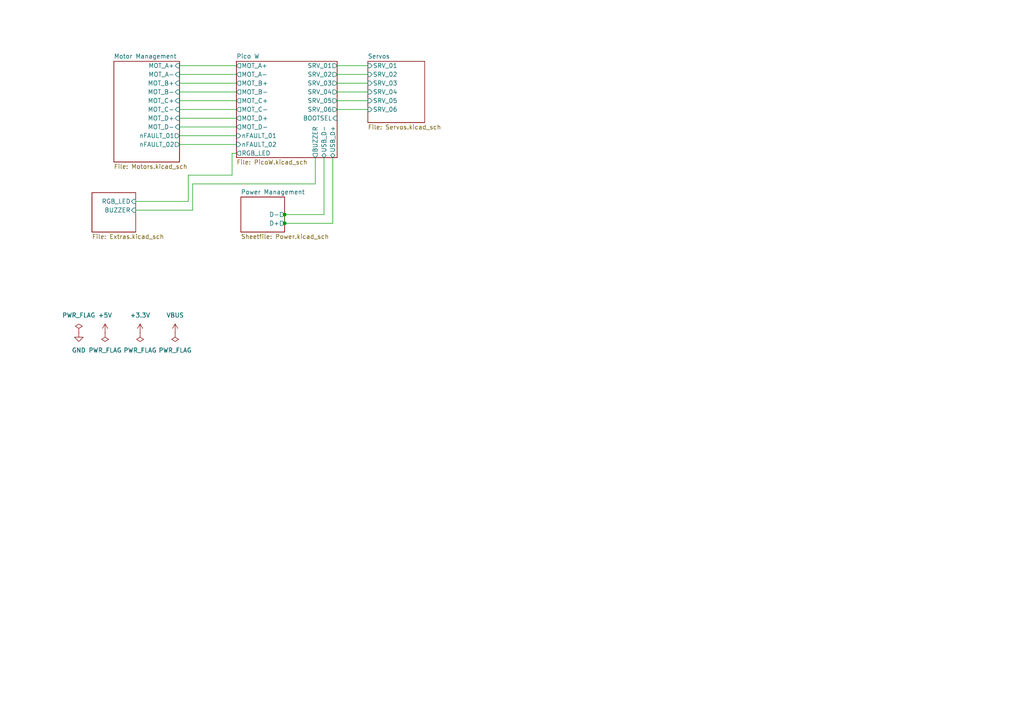
<source format=kicad_sch>
(kicad_sch (version 20230121) (generator eeschema)

  (uuid 21865b85-eb74-4d61-a31a-30858d3bc341)

  (paper "A4")

  (lib_symbols
    (symbol "power:+3.3V" (power) (pin_names (offset 0)) (in_bom yes) (on_board yes)
      (property "Reference" "#PWR" (at 0 -3.81 0)
        (effects (font (size 1.27 1.27)) hide)
      )
      (property "Value" "+3.3V" (at 0 3.556 0)
        (effects (font (size 1.27 1.27)))
      )
      (property "Footprint" "" (at 0 0 0)
        (effects (font (size 1.27 1.27)) hide)
      )
      (property "Datasheet" "" (at 0 0 0)
        (effects (font (size 1.27 1.27)) hide)
      )
      (property "ki_keywords" "global power" (at 0 0 0)
        (effects (font (size 1.27 1.27)) hide)
      )
      (property "ki_description" "Power symbol creates a global label with name \"+3.3V\"" (at 0 0 0)
        (effects (font (size 1.27 1.27)) hide)
      )
      (symbol "+3.3V_0_1"
        (polyline
          (pts
            (xy -0.762 1.27)
            (xy 0 2.54)
          )
          (stroke (width 0) (type default))
          (fill (type none))
        )
        (polyline
          (pts
            (xy 0 0)
            (xy 0 2.54)
          )
          (stroke (width 0) (type default))
          (fill (type none))
        )
        (polyline
          (pts
            (xy 0 2.54)
            (xy 0.762 1.27)
          )
          (stroke (width 0) (type default))
          (fill (type none))
        )
      )
      (symbol "+3.3V_1_1"
        (pin power_in line (at 0 0 90) (length 0) hide
          (name "+3.3V" (effects (font (size 1.27 1.27))))
          (number "1" (effects (font (size 1.27 1.27))))
        )
      )
    )
    (symbol "power:+5V" (power) (pin_names (offset 0)) (in_bom yes) (on_board yes)
      (property "Reference" "#PWR" (at 0 -3.81 0)
        (effects (font (size 1.27 1.27)) hide)
      )
      (property "Value" "+5V" (at 0 3.556 0)
        (effects (font (size 1.27 1.27)))
      )
      (property "Footprint" "" (at 0 0 0)
        (effects (font (size 1.27 1.27)) hide)
      )
      (property "Datasheet" "" (at 0 0 0)
        (effects (font (size 1.27 1.27)) hide)
      )
      (property "ki_keywords" "global power" (at 0 0 0)
        (effects (font (size 1.27 1.27)) hide)
      )
      (property "ki_description" "Power symbol creates a global label with name \"+5V\"" (at 0 0 0)
        (effects (font (size 1.27 1.27)) hide)
      )
      (symbol "+5V_0_1"
        (polyline
          (pts
            (xy -0.762 1.27)
            (xy 0 2.54)
          )
          (stroke (width 0) (type default))
          (fill (type none))
        )
        (polyline
          (pts
            (xy 0 0)
            (xy 0 2.54)
          )
          (stroke (width 0) (type default))
          (fill (type none))
        )
        (polyline
          (pts
            (xy 0 2.54)
            (xy 0.762 1.27)
          )
          (stroke (width 0) (type default))
          (fill (type none))
        )
      )
      (symbol "+5V_1_1"
        (pin power_in line (at 0 0 90) (length 0) hide
          (name "+5V" (effects (font (size 1.27 1.27))))
          (number "1" (effects (font (size 1.27 1.27))))
        )
      )
    )
    (symbol "power:GND" (power) (pin_names (offset 0)) (in_bom yes) (on_board yes)
      (property "Reference" "#PWR" (at 0 -6.35 0)
        (effects (font (size 1.27 1.27)) hide)
      )
      (property "Value" "GND" (at 0 -3.81 0)
        (effects (font (size 1.27 1.27)))
      )
      (property "Footprint" "" (at 0 0 0)
        (effects (font (size 1.27 1.27)) hide)
      )
      (property "Datasheet" "" (at 0 0 0)
        (effects (font (size 1.27 1.27)) hide)
      )
      (property "ki_keywords" "global power" (at 0 0 0)
        (effects (font (size 1.27 1.27)) hide)
      )
      (property "ki_description" "Power symbol creates a global label with name \"GND\" , ground" (at 0 0 0)
        (effects (font (size 1.27 1.27)) hide)
      )
      (symbol "GND_0_1"
        (polyline
          (pts
            (xy 0 0)
            (xy 0 -1.27)
            (xy 1.27 -1.27)
            (xy 0 -2.54)
            (xy -1.27 -1.27)
            (xy 0 -1.27)
          )
          (stroke (width 0) (type default))
          (fill (type none))
        )
      )
      (symbol "GND_1_1"
        (pin power_in line (at 0 0 270) (length 0) hide
          (name "GND" (effects (font (size 1.27 1.27))))
          (number "1" (effects (font (size 1.27 1.27))))
        )
      )
    )
    (symbol "power:PWR_FLAG" (power) (pin_numbers hide) (pin_names (offset 0) hide) (in_bom yes) (on_board yes)
      (property "Reference" "#FLG" (at 0 1.905 0)
        (effects (font (size 1.27 1.27)) hide)
      )
      (property "Value" "PWR_FLAG" (at 0 3.81 0)
        (effects (font (size 1.27 1.27)))
      )
      (property "Footprint" "" (at 0 0 0)
        (effects (font (size 1.27 1.27)) hide)
      )
      (property "Datasheet" "~" (at 0 0 0)
        (effects (font (size 1.27 1.27)) hide)
      )
      (property "ki_keywords" "flag power" (at 0 0 0)
        (effects (font (size 1.27 1.27)) hide)
      )
      (property "ki_description" "Special symbol for telling ERC where power comes from" (at 0 0 0)
        (effects (font (size 1.27 1.27)) hide)
      )
      (symbol "PWR_FLAG_0_0"
        (pin power_out line (at 0 0 90) (length 0)
          (name "pwr" (effects (font (size 1.27 1.27))))
          (number "1" (effects (font (size 1.27 1.27))))
        )
      )
      (symbol "PWR_FLAG_0_1"
        (polyline
          (pts
            (xy 0 0)
            (xy 0 1.27)
            (xy -1.016 1.905)
            (xy 0 2.54)
            (xy 1.016 1.905)
            (xy 0 1.27)
          )
          (stroke (width 0) (type default))
          (fill (type none))
        )
      )
    )
    (symbol "power:VBUS" (power) (pin_names (offset 0)) (in_bom yes) (on_board yes)
      (property "Reference" "#PWR" (at 0 -3.81 0)
        (effects (font (size 1.27 1.27)) hide)
      )
      (property "Value" "VBUS" (at 0 3.81 0)
        (effects (font (size 1.27 1.27)))
      )
      (property "Footprint" "" (at 0 0 0)
        (effects (font (size 1.27 1.27)) hide)
      )
      (property "Datasheet" "" (at 0 0 0)
        (effects (font (size 1.27 1.27)) hide)
      )
      (property "ki_keywords" "global power" (at 0 0 0)
        (effects (font (size 1.27 1.27)) hide)
      )
      (property "ki_description" "Power symbol creates a global label with name \"VBUS\"" (at 0 0 0)
        (effects (font (size 1.27 1.27)) hide)
      )
      (symbol "VBUS_0_1"
        (polyline
          (pts
            (xy -0.762 1.27)
            (xy 0 2.54)
          )
          (stroke (width 0) (type default))
          (fill (type none))
        )
        (polyline
          (pts
            (xy 0 0)
            (xy 0 2.54)
          )
          (stroke (width 0) (type default))
          (fill (type none))
        )
        (polyline
          (pts
            (xy 0 2.54)
            (xy 0.762 1.27)
          )
          (stroke (width 0) (type default))
          (fill (type none))
        )
      )
      (symbol "VBUS_1_1"
        (pin power_in line (at 0 0 90) (length 0) hide
          (name "VBUS" (effects (font (size 1.27 1.27))))
          (number "1" (effects (font (size 1.27 1.27))))
        )
      )
    )
  )

  (junction (at 82.55 64.77) (diameter 0) (color 0 0 0 0)
    (uuid 6ca5bc4f-b006-418c-95d5-2a980685c91c)
  )
  (junction (at 82.55 62.23) (diameter 0) (color 0 0 0 0)
    (uuid f369f743-235b-4fd0-8f8a-77700de0a1ce)
  )

  (wire (pts (xy 82.55 64.77) (xy 96.52 64.77))
    (stroke (width 0) (type default))
    (uuid 0630dff3-0cce-4eb7-8f25-f0b06ed122c7)
  )
  (wire (pts (xy 52.07 36.83) (xy 68.58 36.83))
    (stroke (width 0) (type default))
    (uuid 12fb1274-da1a-4ed6-9621-37446ee0b5ea)
  )
  (wire (pts (xy 93.98 45.72) (xy 93.98 62.23))
    (stroke (width 0) (type default))
    (uuid 1d8f99f9-0187-4f65-8c25-9559d45638e4)
  )
  (wire (pts (xy 52.07 31.75) (xy 68.58 31.75))
    (stroke (width 0) (type default))
    (uuid 216f876c-365c-4e7a-8548-eb749f959693)
  )
  (wire (pts (xy 54.61 58.42) (xy 39.37 58.42))
    (stroke (width 0) (type default))
    (uuid 312d177b-fd18-428e-acc2-4573d290fb69)
  )
  (wire (pts (xy 67.31 44.45) (xy 68.58 44.45))
    (stroke (width 0) (type default))
    (uuid 346a2dfd-950d-4b0f-af4c-f32c965cb22d)
  )
  (wire (pts (xy 97.79 21.59) (xy 106.68 21.59))
    (stroke (width 0) (type default))
    (uuid 3ac05aa4-6a6e-4b2a-89b5-b97581918161)
  )
  (wire (pts (xy 55.88 53.34) (xy 55.88 60.96))
    (stroke (width 0) (type default))
    (uuid 45858204-70da-4e49-bd9d-ec6f4f4a0715)
  )
  (wire (pts (xy 96.52 45.72) (xy 96.52 64.77))
    (stroke (width 0) (type default))
    (uuid 499337a0-ef88-49da-b258-5087b9476520)
  )
  (wire (pts (xy 52.07 26.67) (xy 68.58 26.67))
    (stroke (width 0) (type default))
    (uuid 4fe3a6a5-9280-49b7-a9b7-64e053e763db)
  )
  (wire (pts (xy 52.07 29.21) (xy 68.58 29.21))
    (stroke (width 0) (type default))
    (uuid 62c25fb0-406c-4988-98ab-d4db70986024)
  )
  (wire (pts (xy 52.07 41.91) (xy 68.58 41.91))
    (stroke (width 0) (type default))
    (uuid 637b3d12-7039-4f92-831d-03ae7e8550cc)
  )
  (wire (pts (xy 91.44 45.72) (xy 91.44 53.34))
    (stroke (width 0) (type default))
    (uuid 642b317a-110c-4993-a3bd-dac00c068c25)
  )
  (wire (pts (xy 54.61 50.8) (xy 54.61 58.42))
    (stroke (width 0) (type default))
    (uuid 645d27a2-5eb4-404f-889b-b9cada942383)
  )
  (wire (pts (xy 52.07 19.05) (xy 68.58 19.05))
    (stroke (width 0) (type default))
    (uuid 70b614bc-56b0-46a8-aee6-31452b226847)
  )
  (wire (pts (xy 67.31 50.8) (xy 67.31 44.45))
    (stroke (width 0) (type default))
    (uuid 7510d2c9-e76c-4c3f-9730-0af139fad5d6)
  )
  (wire (pts (xy 52.07 39.37) (xy 68.58 39.37))
    (stroke (width 0) (type default))
    (uuid 82d35495-bdd7-4048-9d9f-c2d84fcd2f7b)
  )
  (wire (pts (xy 52.07 24.13) (xy 68.58 24.13))
    (stroke (width 0) (type default))
    (uuid 89f87484-5535-4f5c-97bc-988c5531fddb)
  )
  (wire (pts (xy 97.79 19.05) (xy 106.68 19.05))
    (stroke (width 0) (type default))
    (uuid 8bfd8d3a-cb16-4132-89f2-48dabd7ed0f9)
  )
  (wire (pts (xy 97.79 24.13) (xy 106.68 24.13))
    (stroke (width 0) (type default))
    (uuid 9c54e42b-1a9b-443f-84e1-25d1f2f1151e)
  )
  (wire (pts (xy 97.79 31.75) (xy 106.68 31.75))
    (stroke (width 0) (type default))
    (uuid ab3133a4-c359-4cae-ba39-2307ffadcbda)
  )
  (wire (pts (xy 52.07 34.29) (xy 68.58 34.29))
    (stroke (width 0) (type default))
    (uuid af3320b1-6f1e-4c52-84a1-e5b4fcde371b)
  )
  (wire (pts (xy 82.55 62.23) (xy 93.98 62.23))
    (stroke (width 0) (type default))
    (uuid b338177b-449d-44bf-a277-a2f33f849d61)
  )
  (wire (pts (xy 55.88 60.96) (xy 39.37 60.96))
    (stroke (width 0) (type default))
    (uuid e0b01d07-8354-4dc4-96a2-945d9a89804d)
  )
  (wire (pts (xy 54.61 50.8) (xy 67.31 50.8))
    (stroke (width 0) (type default))
    (uuid e518b919-b5b4-4bf5-8cf3-8bd7fcb983dc)
  )
  (wire (pts (xy 97.79 26.67) (xy 106.68 26.67))
    (stroke (width 0) (type default))
    (uuid e7b0a369-0a18-4f1d-9298-ad0b53397321)
  )
  (wire (pts (xy 91.44 53.34) (xy 55.88 53.34))
    (stroke (width 0) (type default))
    (uuid ed18e15e-fe52-4f05-a30a-f2701feee821)
  )
  (wire (pts (xy 82.55 64.77) (xy 82.55 62.23))
    (stroke (width 0) (type default))
    (uuid f457344d-d116-4185-a338-bef8f47795e8)
  )
  (wire (pts (xy 97.79 29.21) (xy 106.68 29.21))
    (stroke (width 0) (type default))
    (uuid f484b865-8ada-4224-aa65-daecc0e04555)
  )
  (wire (pts (xy 52.07 21.59) (xy 68.58 21.59))
    (stroke (width 0) (type default))
    (uuid f9ad6106-98e1-4d17-9b04-c69f152d1816)
  )

  (symbol (lib_id "power:PWR_FLAG") (at 40.64 96.52 180) (unit 1)
    (in_bom yes) (on_board yes) (dnp no) (fields_autoplaced)
    (uuid 2e3dda1d-b03d-4fa4-8553-3d324b6bcbae)
    (property "Reference" "#FLG03" (at 40.64 98.425 0)
      (effects (font (size 1.27 1.27)) hide)
    )
    (property "Value" "PWR_FLAG" (at 40.64 101.6 0)
      (effects (font (size 1.27 1.27)))
    )
    (property "Footprint" "" (at 40.64 96.52 0)
      (effects (font (size 1.27 1.27)) hide)
    )
    (property "Datasheet" "~" (at 40.64 96.52 0)
      (effects (font (size 1.27 1.27)) hide)
    )
    (pin "1" (uuid 963c84c1-cb43-4521-baac-d8bbd9e3bc08))
    (instances
      (project "Pico-Skidi"
        (path "/21865b85-eb74-4d61-a31a-30858d3bc341"
          (reference "#FLG03") (unit 1)
        )
      )
    )
  )

  (symbol (lib_id "power:PWR_FLAG") (at 22.86 96.52 0) (unit 1)
    (in_bom yes) (on_board yes) (dnp no) (fields_autoplaced)
    (uuid 64fab445-75e5-4b54-9792-b3fe4333659e)
    (property "Reference" "#FLG01" (at 22.86 94.615 0)
      (effects (font (size 1.27 1.27)) hide)
    )
    (property "Value" "PWR_FLAG" (at 22.86 91.44 0)
      (effects (font (size 1.27 1.27)))
    )
    (property "Footprint" "" (at 22.86 96.52 0)
      (effects (font (size 1.27 1.27)) hide)
    )
    (property "Datasheet" "~" (at 22.86 96.52 0)
      (effects (font (size 1.27 1.27)) hide)
    )
    (pin "1" (uuid fafdeea6-0c3d-4711-b3f4-ab1bcff23c72))
    (instances
      (project "Pico-Skidi"
        (path "/21865b85-eb74-4d61-a31a-30858d3bc341"
          (reference "#FLG01") (unit 1)
        )
      )
    )
  )

  (symbol (lib_id "power:PWR_FLAG") (at 50.8 96.52 180) (unit 1)
    (in_bom yes) (on_board yes) (dnp no) (fields_autoplaced)
    (uuid 74740153-31c0-48d8-9f25-fecff27e073c)
    (property "Reference" "#FLG04" (at 50.8 98.425 0)
      (effects (font (size 1.27 1.27)) hide)
    )
    (property "Value" "PWR_FLAG" (at 50.8 101.6 0)
      (effects (font (size 1.27 1.27)))
    )
    (property "Footprint" "" (at 50.8 96.52 0)
      (effects (font (size 1.27 1.27)) hide)
    )
    (property "Datasheet" "~" (at 50.8 96.52 0)
      (effects (font (size 1.27 1.27)) hide)
    )
    (pin "1" (uuid 6901ec73-3e6f-467b-9010-5004006d1009))
    (instances
      (project "Pico-Skidi"
        (path "/21865b85-eb74-4d61-a31a-30858d3bc341"
          (reference "#FLG04") (unit 1)
        )
      )
    )
  )

  (symbol (lib_id "power:+5V") (at 30.48 96.52 0) (unit 1)
    (in_bom yes) (on_board yes) (dnp no) (fields_autoplaced)
    (uuid 8ca48908-316e-42a9-9875-e314e1053cb3)
    (property "Reference" "#PWR02" (at 30.48 100.33 0)
      (effects (font (size 1.27 1.27)) hide)
    )
    (property "Value" "+5V" (at 30.48 91.44 0)
      (effects (font (size 1.27 1.27)))
    )
    (property "Footprint" "" (at 30.48 96.52 0)
      (effects (font (size 1.27 1.27)) hide)
    )
    (property "Datasheet" "" (at 30.48 96.52 0)
      (effects (font (size 1.27 1.27)) hide)
    )
    (pin "1" (uuid daac4045-ebe0-48d6-bdc5-2b9f20b5327e))
    (instances
      (project "Pico-Skidi"
        (path "/21865b85-eb74-4d61-a31a-30858d3bc341"
          (reference "#PWR02") (unit 1)
        )
      )
    )
  )

  (symbol (lib_id "power:VBUS") (at 50.8 96.52 0) (unit 1)
    (in_bom yes) (on_board yes) (dnp no) (fields_autoplaced)
    (uuid a39c4687-d020-45ab-aee8-11ea0500b3b6)
    (property "Reference" "#PWR04" (at 50.8 100.33 0)
      (effects (font (size 1.27 1.27)) hide)
    )
    (property "Value" "VBUS" (at 50.8 91.44 0)
      (effects (font (size 1.27 1.27)))
    )
    (property "Footprint" "" (at 50.8 96.52 0)
      (effects (font (size 1.27 1.27)) hide)
    )
    (property "Datasheet" "" (at 50.8 96.52 0)
      (effects (font (size 1.27 1.27)) hide)
    )
    (pin "1" (uuid e33fc9dc-0ce0-4350-a771-6b2473e451e1))
    (instances
      (project "Pico-Skidi"
        (path "/21865b85-eb74-4d61-a31a-30858d3bc341"
          (reference "#PWR04") (unit 1)
        )
      )
    )
  )

  (symbol (lib_id "power:GND") (at 22.86 96.52 0) (unit 1)
    (in_bom yes) (on_board yes) (dnp no) (fields_autoplaced)
    (uuid bde49e45-5355-46e9-8b4b-2e97034a69fb)
    (property "Reference" "#PWR01" (at 22.86 102.87 0)
      (effects (font (size 1.27 1.27)) hide)
    )
    (property "Value" "GND" (at 22.86 101.6 0)
      (effects (font (size 1.27 1.27)))
    )
    (property "Footprint" "" (at 22.86 96.52 0)
      (effects (font (size 1.27 1.27)) hide)
    )
    (property "Datasheet" "" (at 22.86 96.52 0)
      (effects (font (size 1.27 1.27)) hide)
    )
    (pin "1" (uuid 1e708688-fcf9-4b45-898a-44fbb4ddcdf8))
    (instances
      (project "Pico-Skidi"
        (path "/21865b85-eb74-4d61-a31a-30858d3bc341"
          (reference "#PWR01") (unit 1)
        )
      )
    )
  )

  (symbol (lib_id "power:+3.3V") (at 40.64 96.52 0) (unit 1)
    (in_bom yes) (on_board yes) (dnp no) (fields_autoplaced)
    (uuid be83b48d-cf52-4224-afcc-82ed47715e85)
    (property "Reference" "#PWR03" (at 40.64 100.33 0)
      (effects (font (size 1.27 1.27)) hide)
    )
    (property "Value" "+3.3V" (at 40.64 91.44 0)
      (effects (font (size 1.27 1.27)))
    )
    (property "Footprint" "" (at 40.64 96.52 0)
      (effects (font (size 1.27 1.27)) hide)
    )
    (property "Datasheet" "" (at 40.64 96.52 0)
      (effects (font (size 1.27 1.27)) hide)
    )
    (pin "1" (uuid 82460732-6c96-49d5-864c-c29a31c77de5))
    (instances
      (project "Pico-Skidi"
        (path "/21865b85-eb74-4d61-a31a-30858d3bc341"
          (reference "#PWR03") (unit 1)
        )
      )
    )
  )

  (symbol (lib_id "power:PWR_FLAG") (at 30.48 96.52 180) (unit 1)
    (in_bom yes) (on_board yes) (dnp no) (fields_autoplaced)
    (uuid c0f60e62-7874-456a-ae0c-6d4b8ce6a9d9)
    (property "Reference" "#FLG02" (at 30.48 98.425 0)
      (effects (font (size 1.27 1.27)) hide)
    )
    (property "Value" "PWR_FLAG" (at 30.48 101.6 0)
      (effects (font (size 1.27 1.27)))
    )
    (property "Footprint" "" (at 30.48 96.52 0)
      (effects (font (size 1.27 1.27)) hide)
    )
    (property "Datasheet" "~" (at 30.48 96.52 0)
      (effects (font (size 1.27 1.27)) hide)
    )
    (pin "1" (uuid fe115e2d-d0d0-42cf-82de-04c73afb11f4))
    (instances
      (project "Pico-Skidi"
        (path "/21865b85-eb74-4d61-a31a-30858d3bc341"
          (reference "#FLG02") (unit 1)
        )
      )
    )
  )

  (sheet (at 68.58 17.78) (size 29.21 27.94) (fields_autoplaced)
    (stroke (width 0.1524) (type solid))
    (fill (color 0 0 0 0.0000))
    (uuid 60530e3c-b075-4fd7-83a5-48bc65381cc4)
    (property "Sheetname" "Pico W" (at 68.58 17.0684 0)
      (effects (font (size 1.27 1.27)) (justify left bottom))
    )
    (property "Sheetfile" "PicoW.kicad_sch" (at 68.58 46.3046 0)
      (effects (font (size 1.27 1.27)) (justify left top))
    )
    (pin "MOT_D+" output (at 68.58 34.29 180)
      (effects (font (size 1.27 1.27)) (justify left))
      (uuid f43f12bf-95c5-48b5-b3e8-3e578bbeb7c4)
    )
    (pin "MOT_D-" output (at 68.58 36.83 180)
      (effects (font (size 1.27 1.27)) (justify left))
      (uuid 7664e459-c0e7-4c6f-aa9e-c85d72e37429)
    )
    (pin "MOT_B+" output (at 68.58 24.13 180)
      (effects (font (size 1.27 1.27)) (justify left))
      (uuid d3569e17-c719-4510-806f-1da0fe3c8fb7)
    )
    (pin "MOT_B-" output (at 68.58 26.67 180)
      (effects (font (size 1.27 1.27)) (justify left))
      (uuid 78bfa68d-cf6f-45fb-9a71-19cbb1849f59)
    )
    (pin "MOT_A+" output (at 68.58 19.05 180)
      (effects (font (size 1.27 1.27)) (justify left))
      (uuid a2ae54d0-351c-4cbc-92df-f97f1d5786db)
    )
    (pin "SRV_05" output (at 97.79 29.21 0)
      (effects (font (size 1.27 1.27)) (justify right))
      (uuid 8379726c-c77c-4e67-9651-ad14aa93c6bc)
    )
    (pin "SRV_06" output (at 97.79 31.75 0)
      (effects (font (size 1.27 1.27)) (justify right))
      (uuid 4ee7b4d9-30c5-4049-8c87-22aa2fd90b13)
    )
    (pin "SRV_01" output (at 97.79 19.05 0)
      (effects (font (size 1.27 1.27)) (justify right))
      (uuid 342f6f59-17b0-4e6d-bb20-7820e532c6a0)
    )
    (pin "SRV_02" output (at 97.79 21.59 0)
      (effects (font (size 1.27 1.27)) (justify right))
      (uuid 504bf399-9a92-4085-a411-01caa64e642b)
    )
    (pin "SRV_03" output (at 97.79 24.13 0)
      (effects (font (size 1.27 1.27)) (justify right))
      (uuid 9b773fd2-6d55-4d68-b16c-cdbf79c22878)
    )
    (pin "SRV_04" output (at 97.79 26.67 0)
      (effects (font (size 1.27 1.27)) (justify right))
      (uuid c3a80486-a2b7-4c20-aa98-bdca74f691db)
    )
    (pin "MOT_C+" output (at 68.58 29.21 180)
      (effects (font (size 1.27 1.27)) (justify left))
      (uuid 40118273-0cc7-4219-84f8-01f1cec01c08)
    )
    (pin "MOT_A-" output (at 68.58 21.59 180)
      (effects (font (size 1.27 1.27)) (justify left))
      (uuid e3ff78f9-e7a3-4aa6-a155-9b5cebc3c10f)
    )
    (pin "MOT_C-" output (at 68.58 31.75 180)
      (effects (font (size 1.27 1.27)) (justify left))
      (uuid f1bffc61-2688-4259-b28a-731aeb6c5ff8)
    )
    (pin "RGB_LED" output (at 68.58 44.45 180)
      (effects (font (size 1.27 1.27)) (justify left))
      (uuid 7e9e0ada-48a8-4f9e-9b14-c20d12481213)
    )
    (pin "USB_D+" bidirectional (at 96.52 45.72 270)
      (effects (font (size 1.27 1.27)) (justify left))
      (uuid 01795922-ea99-488a-85dd-f84ae577b728)
    )
    (pin "BOOTSEL" input (at 97.79 34.29 0)
      (effects (font (size 1.27 1.27)) (justify right))
      (uuid fc8c57d6-5e04-4de4-915c-a93b7d60ef69)
    )
    (pin "USB_D-" bidirectional (at 93.98 45.72 270)
      (effects (font (size 1.27 1.27)) (justify left))
      (uuid 79e8933b-9763-4d3a-b8f0-5fb4dc1e37fe)
    )
    (pin "nFAULT_01" input (at 68.58 39.37 180)
      (effects (font (size 1.27 1.27)) (justify left))
      (uuid ca909f98-0e68-4644-b5f6-cc2681a057d9)
    )
    (pin "nFAULT_02" input (at 68.58 41.91 180)
      (effects (font (size 1.27 1.27)) (justify left))
      (uuid 6f543820-615c-44b5-987d-6a5328bf9601)
    )
    (pin "BUZZER" output (at 91.44 45.72 270)
      (effects (font (size 1.27 1.27)) (justify left))
      (uuid 5930f5e3-eca2-4879-a22b-eb70d623e186)
    )
    (instances
      (project "Pico-Skidi"
        (path "/21865b85-eb74-4d61-a31a-30858d3bc341" (page "4"))
      )
    )
  )

  (sheet (at 69.85 57.15) (size 12.7 10.16) (fields_autoplaced)
    (stroke (width 0.1524) (type solid))
    (fill (color 0 0 0 0.0000))
    (uuid 8900a908-b882-43c5-abd2-34b7e0cc181b)
    (property "Sheetname" "Power Management" (at 69.85 56.4384 0)
      (effects (font (size 1.27 1.27)) (justify left bottom))
    )
    (property "Sheetfile" "Power.kicad_sch" (at 69.85 67.8946 0) (show_name)
      (effects (font (size 1.27 1.27)) (justify left top))
    )
    (pin "D-" output (at 82.55 62.23 0)
      (effects (font (size 1.27 1.27)) (justify right))
      (uuid eabe8e16-170e-4ef7-a4c8-db2f948109d4)
    )
    (pin "D+" output (at 82.55 64.77 0)
      (effects (font (size 1.27 1.27)) (justify right))
      (uuid ff131c6b-09e7-4f9e-96cb-41d8a2098f8c)
    )
    (instances
      (project "Pico-Skidi"
        (path "/21865b85-eb74-4d61-a31a-30858d3bc341" (page "2"))
      )
    )
  )

  (sheet (at 26.67 55.88) (size 12.7 11.43) (fields_autoplaced)
    (stroke (width 0.1524) (type solid))
    (fill (color 0 0 0 0.0000))
    (uuid a918f8c6-b50a-4fb5-8fe4-4f099461944c)
    (property "Sheetname" "Extras" (at 26.67 55.1684 0)
      (effects (font (size 1.27 1.27)) (justify left bottom) hide)
    )
    (property "Sheetfile" "Extras.kicad_sch" (at 26.67 67.8946 0)
      (effects (font (size 1.27 1.27)) (justify left top))
    )
    (pin "RGB_LED" input (at 39.37 58.42 0)
      (effects (font (size 1.27 1.27)) (justify right))
      (uuid 63a22553-aca5-4fd7-b8ed-11daab2bbc76)
    )
    (pin "BUZZER" input (at 39.37 60.96 0)
      (effects (font (size 1.27 1.27)) (justify right))
      (uuid 827e2ea5-1ae0-4961-b2f4-68d1db31037c)
    )
    (instances
      (project "Pico-Skidi"
        (path "/21865b85-eb74-4d61-a31a-30858d3bc341" (page "6"))
      )
    )
  )

  (sheet (at 33.02 17.78) (size 19.05 29.21) (fields_autoplaced)
    (stroke (width 0.1524) (type solid))
    (fill (color 0 0 0 0.0000))
    (uuid bbc489db-46a3-4246-b410-83dab5c86885)
    (property "Sheetname" "Motor Management" (at 33.02 17.0684 0)
      (effects (font (size 1.27 1.27)) (justify left bottom))
    )
    (property "Sheetfile" "Motors.kicad_sch" (at 33.02 47.5746 0)
      (effects (font (size 1.27 1.27)) (justify left top))
    )
    (pin "nFAULT_01" output (at 52.07 39.37 0)
      (effects (font (size 1.27 1.27)) (justify right))
      (uuid e581b869-7a7a-49ae-93b0-72dd5e91909e)
    )
    (pin "MOT_B-" input (at 52.07 26.67 0)
      (effects (font (size 1.27 1.27)) (justify right))
      (uuid 6bf4a8bf-5c35-4b06-8bec-b4e8851c2f8c)
    )
    (pin "MOT_A-" input (at 52.07 21.59 0)
      (effects (font (size 1.27 1.27)) (justify right))
      (uuid e5ea7789-00c0-4919-a5ab-a6785a3df996)
    )
    (pin "MOT_B+" input (at 52.07 24.13 0)
      (effects (font (size 1.27 1.27)) (justify right))
      (uuid 72eea5ff-a635-420f-8914-3540af2a6ec2)
    )
    (pin "MOT_A+" input (at 52.07 19.05 0)
      (effects (font (size 1.27 1.27)) (justify right))
      (uuid ded3a81e-d6cb-4e6b-8e3f-e102ca309f17)
    )
    (pin "MOT_C-" input (at 52.07 31.75 0)
      (effects (font (size 1.27 1.27)) (justify right))
      (uuid 07be6f71-2999-4f6e-8c87-482b674a78d2)
    )
    (pin "MOT_D+" input (at 52.07 34.29 0)
      (effects (font (size 1.27 1.27)) (justify right))
      (uuid 9ffb1721-5fb2-4364-a08c-e8efb8ae205d)
    )
    (pin "MOT_C+" input (at 52.07 29.21 0)
      (effects (font (size 1.27 1.27)) (justify right))
      (uuid 6b13026d-3ad6-4d12-a079-8ff3dd55703b)
    )
    (pin "MOT_D-" input (at 52.07 36.83 0)
      (effects (font (size 1.27 1.27)) (justify right))
      (uuid 358dc363-791f-49a9-8043-66dbf889510b)
    )
    (pin "nFAULT_02" output (at 52.07 41.91 0)
      (effects (font (size 1.27 1.27)) (justify right))
      (uuid 480c7a45-83bc-422b-b7f4-469afb689cec)
    )
    (instances
      (project "Pico-Skidi"
        (path "/21865b85-eb74-4d61-a31a-30858d3bc341" (page "3"))
      )
    )
  )

  (sheet (at 106.68 17.78) (size 16.51 17.78) (fields_autoplaced)
    (stroke (width 0.1524) (type solid))
    (fill (color 0 0 0 0.0000))
    (uuid c8bff29c-fa48-4bd5-9235-77063b7ae161)
    (property "Sheetname" "Servos" (at 106.68 17.0684 0)
      (effects (font (size 1.27 1.27)) (justify left bottom))
    )
    (property "Sheetfile" "Servos.kicad_sch" (at 106.68 36.1446 0)
      (effects (font (size 1.27 1.27)) (justify left top))
    )
    (pin "SRV_01" input (at 106.68 19.05 180)
      (effects (font (size 1.27 1.27)) (justify left))
      (uuid 433222d5-cc7a-4e82-a7e9-7f60da054774)
    )
    (pin "SRV_02" input (at 106.68 21.59 180)
      (effects (font (size 1.27 1.27)) (justify left))
      (uuid 215364cc-28e3-4f72-a93f-f265e7273408)
    )
    (pin "SRV_03" input (at 106.68 24.13 180)
      (effects (font (size 1.27 1.27)) (justify left))
      (uuid 8f0ad2e2-0230-4b5c-8559-25c24036372a)
    )
    (pin "SRV_04" input (at 106.68 26.67 180)
      (effects (font (size 1.27 1.27)) (justify left))
      (uuid b373626c-3531-409f-8716-3a0ebbd5add0)
    )
    (pin "SRV_05" input (at 106.68 29.21 180)
      (effects (font (size 1.27 1.27)) (justify left))
      (uuid 377bf419-2977-45c0-a831-9d812fede650)
    )
    (pin "SRV_06" input (at 106.68 31.75 180)
      (effects (font (size 1.27 1.27)) (justify left))
      (uuid 4949b458-37be-4b0d-9397-ad35a6f3a0cb)
    )
    (instances
      (project "Pico-Skidi"
        (path "/21865b85-eb74-4d61-a31a-30858d3bc341" (page "5"))
      )
    )
  )

  (sheet_instances
    (path "/" (page "1"))
  )
)

</source>
